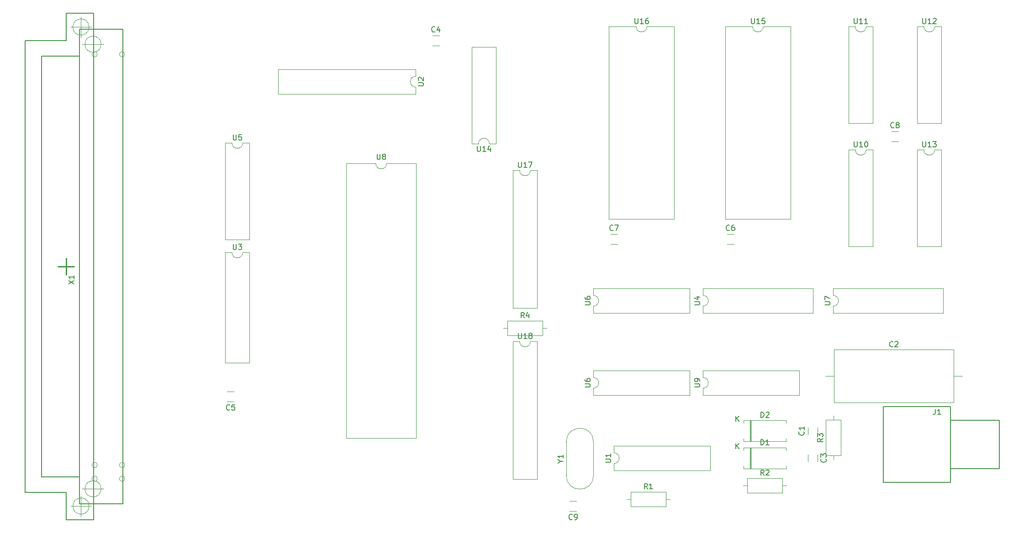
<source format=gbr>
%TF.GenerationSoftware,KiCad,Pcbnew,(5.1.10)-1*%
%TF.CreationDate,2022-01-24T17:18:54+01:00*%
%TF.ProjectId,GDC01,47444330-312e-46b6-9963-61645f706362,rev?*%
%TF.SameCoordinates,Original*%
%TF.FileFunction,Legend,Top*%
%TF.FilePolarity,Positive*%
%FSLAX46Y46*%
G04 Gerber Fmt 4.6, Leading zero omitted, Abs format (unit mm)*
G04 Created by KiCad (PCBNEW (5.1.10)-1) date 2022-01-24 17:18:54*
%MOMM*%
%LPD*%
G01*
G04 APERTURE LIST*
%ADD10C,0.150000*%
%ADD11C,0.120000*%
%ADD12C,0.250000*%
%ADD13C,0.100000*%
%ADD14C,0.200000*%
G04 APERTURE END LIST*
D10*
%TO.C,J1*%
X223780000Y-152210000D02*
X223780000Y-151710000D01*
X223780000Y-151710000D02*
X214780000Y-151710000D01*
X223780000Y-160210000D02*
X223780000Y-160710000D01*
X223780000Y-160710000D02*
X214780000Y-160710000D01*
X223780000Y-160210000D02*
X223780000Y-152210000D01*
X202280000Y-163210000D02*
X214780000Y-163210000D01*
X214780000Y-163210000D02*
X214780000Y-149210000D01*
X214780000Y-149210000D02*
X202280000Y-149210000D01*
X202280000Y-149210000D02*
X202280000Y-163210000D01*
D11*
%TO.C,C9*%
X145429000Y-166720000D02*
X144171000Y-166720000D01*
X145429000Y-168560000D02*
X144171000Y-168560000D01*
%TO.C,C8*%
X203821000Y-99980000D02*
X205079000Y-99980000D01*
X203821000Y-98140000D02*
X205079000Y-98140000D01*
%TO.C,C7*%
X151751000Y-119030000D02*
X153009000Y-119030000D01*
X151751000Y-117190000D02*
X153009000Y-117190000D01*
%TO.C,C6*%
X173341000Y-119030000D02*
X174599000Y-119030000D01*
X173341000Y-117190000D02*
X174599000Y-117190000D01*
%TO.C,C5*%
X81929000Y-146400000D02*
X80671000Y-146400000D01*
X81929000Y-148240000D02*
X80671000Y-148240000D01*
%TO.C,C4*%
X118731000Y-82200000D02*
X119989000Y-82200000D01*
X118731000Y-80360000D02*
X119989000Y-80360000D01*
%TO.C,Y1*%
X143525000Y-161975000D02*
X143525000Y-155725000D01*
X148575000Y-161975000D02*
X148575000Y-155725000D01*
X148575000Y-155725000D02*
G75*
G03*
X143525000Y-155725000I-2525000J0D01*
G01*
X148575000Y-161975000D02*
G75*
G02*
X143525000Y-161975000I-2525000J0D01*
G01*
%TO.C,U9*%
X168850000Y-145780000D02*
X168850000Y-147030000D01*
X168850000Y-147030000D02*
X186750000Y-147030000D01*
X186750000Y-147030000D02*
X186750000Y-142530000D01*
X186750000Y-142530000D02*
X168850000Y-142530000D01*
X168850000Y-142530000D02*
X168850000Y-143780000D01*
X168850000Y-143780000D02*
G75*
G02*
X168850000Y-145780000I0J-1000000D01*
G01*
%TO.C,R4*%
X132620000Y-133250000D02*
X132620000Y-135990000D01*
X132620000Y-135990000D02*
X139160000Y-135990000D01*
X139160000Y-135990000D02*
X139160000Y-133250000D01*
X139160000Y-133250000D02*
X132620000Y-133250000D01*
X131850000Y-134620000D02*
X132620000Y-134620000D01*
X139930000Y-134620000D02*
X139160000Y-134620000D01*
%TO.C,R3*%
X191670000Y-158210000D02*
X194410000Y-158210000D01*
X194410000Y-158210000D02*
X194410000Y-151670000D01*
X194410000Y-151670000D02*
X191670000Y-151670000D01*
X191670000Y-151670000D02*
X191670000Y-158210000D01*
X193040000Y-158980000D02*
X193040000Y-158210000D01*
X193040000Y-150900000D02*
X193040000Y-151670000D01*
%TO.C,R2*%
X177070000Y-162460000D02*
X177070000Y-165200000D01*
X177070000Y-165200000D02*
X183610000Y-165200000D01*
X183610000Y-165200000D02*
X183610000Y-162460000D01*
X183610000Y-162460000D02*
X177070000Y-162460000D01*
X176300000Y-163830000D02*
X177070000Y-163830000D01*
X184380000Y-163830000D02*
X183610000Y-163830000D01*
%TO.C,R1*%
X155480000Y-165000000D02*
X155480000Y-167740000D01*
X155480000Y-167740000D02*
X162020000Y-167740000D01*
X162020000Y-167740000D02*
X162020000Y-165000000D01*
X162020000Y-165000000D02*
X155480000Y-165000000D01*
X154710000Y-166370000D02*
X155480000Y-166370000D01*
X162790000Y-166370000D02*
X162020000Y-166370000D01*
%TO.C,D2*%
X176420000Y-152230000D02*
X176420000Y-151750000D01*
X176420000Y-151750000D02*
X184260000Y-151750000D01*
X184260000Y-151750000D02*
X184260000Y-152230000D01*
X176420000Y-155110000D02*
X176420000Y-155590000D01*
X176420000Y-155590000D02*
X184260000Y-155590000D01*
X184260000Y-155590000D02*
X184260000Y-155110000D01*
X177680000Y-151750000D02*
X177680000Y-155590000D01*
X177800000Y-151750000D02*
X177800000Y-155590000D01*
X177560000Y-151750000D02*
X177560000Y-155590000D01*
%TO.C,D1*%
X176420000Y-157310000D02*
X176420000Y-156830000D01*
X176420000Y-156830000D02*
X184260000Y-156830000D01*
X184260000Y-156830000D02*
X184260000Y-157310000D01*
X176420000Y-160190000D02*
X176420000Y-160670000D01*
X176420000Y-160670000D02*
X184260000Y-160670000D01*
X184260000Y-160670000D02*
X184260000Y-160190000D01*
X177680000Y-156830000D02*
X177680000Y-160670000D01*
X177800000Y-156830000D02*
X177800000Y-160670000D01*
X177560000Y-156830000D02*
X177560000Y-160670000D01*
%TO.C,C3*%
X190150000Y-158101000D02*
X190150000Y-159359000D01*
X188310000Y-158101000D02*
X188310000Y-159359000D01*
%TO.C,C2*%
X193130000Y-138640000D02*
X193130000Y-148380000D01*
X193130000Y-148380000D02*
X215370000Y-148380000D01*
X215370000Y-148380000D02*
X215370000Y-138640000D01*
X215370000Y-138640000D02*
X193130000Y-138640000D01*
X191540000Y-143510000D02*
X193130000Y-143510000D01*
X216960000Y-143510000D02*
X215370000Y-143510000D01*
%TO.C,C1*%
X188310000Y-154319000D02*
X188310000Y-153061000D01*
X190150000Y-154319000D02*
X190150000Y-153061000D01*
%TO.C,U1*%
X152340000Y-156500000D02*
X152340000Y-157750000D01*
X170240000Y-156500000D02*
X152340000Y-156500000D01*
X170240000Y-161000000D02*
X170240000Y-156500000D01*
X152340000Y-161000000D02*
X170240000Y-161000000D01*
X152340000Y-159750000D02*
X152340000Y-161000000D01*
X152340000Y-157750000D02*
G75*
G02*
X152340000Y-159750000I0J-1000000D01*
G01*
%TO.C,U6*%
X148530000Y-145780000D02*
X148530000Y-147030000D01*
X148530000Y-147030000D02*
X166430000Y-147030000D01*
X166430000Y-147030000D02*
X166430000Y-142530000D01*
X166430000Y-142530000D02*
X148530000Y-142530000D01*
X148530000Y-142530000D02*
X148530000Y-143780000D01*
X148530000Y-143780000D02*
G75*
G02*
X148530000Y-145780000I0J-1000000D01*
G01*
%TO.C,U2*%
X115630000Y-91150000D02*
X115630000Y-89900000D01*
X90110000Y-91150000D02*
X115630000Y-91150000D01*
X90110000Y-86650000D02*
X90110000Y-91150000D01*
X115630000Y-86650000D02*
X90110000Y-86650000D01*
X115630000Y-87900000D02*
X115630000Y-86650000D01*
X115630000Y-89900000D02*
G75*
G02*
X115630000Y-87900000I0J1000000D01*
G01*
%TO.C,U3*%
X84800000Y-120590000D02*
X83550000Y-120590000D01*
X84800000Y-141030000D02*
X84800000Y-120590000D01*
X80300000Y-141030000D02*
X84800000Y-141030000D01*
X80300000Y-120590000D02*
X80300000Y-141030000D01*
X81550000Y-120590000D02*
X80300000Y-120590000D01*
X83550000Y-120590000D02*
G75*
G02*
X81550000Y-120590000I-1000000J0D01*
G01*
%TO.C,U7*%
X192980000Y-130540000D02*
X192980000Y-131790000D01*
X192980000Y-131790000D02*
X213420000Y-131790000D01*
X213420000Y-131790000D02*
X213420000Y-127290000D01*
X213420000Y-127290000D02*
X192980000Y-127290000D01*
X192980000Y-127290000D02*
X192980000Y-128540000D01*
X192980000Y-128540000D02*
G75*
G02*
X192980000Y-130540000I0J-1000000D01*
G01*
%TO.C,U14*%
X129270000Y-100390000D02*
X130520000Y-100390000D01*
X130520000Y-100390000D02*
X130520000Y-82490000D01*
X130520000Y-82490000D02*
X126020000Y-82490000D01*
X126020000Y-82490000D02*
X126020000Y-100390000D01*
X126020000Y-100390000D02*
X127270000Y-100390000D01*
X127270000Y-100390000D02*
G75*
G02*
X129270000Y-100390000I1000000J0D01*
G01*
%TO.C,U5*%
X84800000Y-100270000D02*
X83550000Y-100270000D01*
X84800000Y-118170000D02*
X84800000Y-100270000D01*
X80300000Y-118170000D02*
X84800000Y-118170000D01*
X80300000Y-100270000D02*
X80300000Y-118170000D01*
X81550000Y-100270000D02*
X80300000Y-100270000D01*
X83550000Y-100270000D02*
G75*
G02*
X81550000Y-100270000I-1000000J0D01*
G01*
%TO.C,U6*%
X148530000Y-127290000D02*
X148530000Y-128540000D01*
X166430000Y-127290000D02*
X148530000Y-127290000D01*
X166430000Y-131790000D02*
X166430000Y-127290000D01*
X148530000Y-131790000D02*
X166430000Y-131790000D01*
X148530000Y-130540000D02*
X148530000Y-131790000D01*
X148530000Y-128540000D02*
G75*
G02*
X148530000Y-130540000I0J-1000000D01*
G01*
%TO.C,U4*%
X168850000Y-127290000D02*
X168850000Y-128540000D01*
X189290000Y-127290000D02*
X168850000Y-127290000D01*
X189290000Y-131790000D02*
X189290000Y-127290000D01*
X168850000Y-131790000D02*
X189290000Y-131790000D01*
X168850000Y-130540000D02*
X168850000Y-131790000D01*
X168850000Y-128540000D02*
G75*
G02*
X168850000Y-130540000I0J-1000000D01*
G01*
%TO.C,U8*%
X115680000Y-104080000D02*
X110220000Y-104080000D01*
X115680000Y-155000000D02*
X115680000Y-104080000D01*
X102760000Y-155000000D02*
X115680000Y-155000000D01*
X102760000Y-104080000D02*
X102760000Y-155000000D01*
X108220000Y-104080000D02*
X102760000Y-104080000D01*
X110220000Y-104080000D02*
G75*
G02*
X108220000Y-104080000I-1000000J0D01*
G01*
%TO.C,U10*%
X200370000Y-101540000D02*
X199120000Y-101540000D01*
X200370000Y-119440000D02*
X200370000Y-101540000D01*
X195870000Y-119440000D02*
X200370000Y-119440000D01*
X195870000Y-101540000D02*
X195870000Y-119440000D01*
X197120000Y-101540000D02*
X195870000Y-101540000D01*
X199120000Y-101540000D02*
G75*
G02*
X197120000Y-101540000I-1000000J0D01*
G01*
%TO.C,U11*%
X197120000Y-78680000D02*
X195870000Y-78680000D01*
X195870000Y-78680000D02*
X195870000Y-96580000D01*
X195870000Y-96580000D02*
X200370000Y-96580000D01*
X200370000Y-96580000D02*
X200370000Y-78680000D01*
X200370000Y-78680000D02*
X199120000Y-78680000D01*
X199120000Y-78680000D02*
G75*
G02*
X197120000Y-78680000I-1000000J0D01*
G01*
%TO.C,U12*%
X213070000Y-78680000D02*
X211820000Y-78680000D01*
X213070000Y-96580000D02*
X213070000Y-78680000D01*
X208570000Y-96580000D02*
X213070000Y-96580000D01*
X208570000Y-78680000D02*
X208570000Y-96580000D01*
X209820000Y-78680000D02*
X208570000Y-78680000D01*
X211820000Y-78680000D02*
G75*
G02*
X209820000Y-78680000I-1000000J0D01*
G01*
%TO.C,U13*%
X209820000Y-101540000D02*
X208570000Y-101540000D01*
X208570000Y-101540000D02*
X208570000Y-119440000D01*
X208570000Y-119440000D02*
X213070000Y-119440000D01*
X213070000Y-119440000D02*
X213070000Y-101540000D01*
X213070000Y-101540000D02*
X211820000Y-101540000D01*
X211820000Y-101540000D02*
G75*
G02*
X209820000Y-101540000I-1000000J0D01*
G01*
%TO.C,U15*%
X185130000Y-78680000D02*
X180070000Y-78680000D01*
X185130000Y-114360000D02*
X185130000Y-78680000D01*
X173010000Y-114360000D02*
X185130000Y-114360000D01*
X173010000Y-78680000D02*
X173010000Y-114360000D01*
X178070000Y-78680000D02*
X173010000Y-78680000D01*
X180070000Y-78680000D02*
G75*
G02*
X178070000Y-78680000I-1000000J0D01*
G01*
%TO.C,U16*%
X156480000Y-78680000D02*
X151420000Y-78680000D01*
X151420000Y-78680000D02*
X151420000Y-114360000D01*
X151420000Y-114360000D02*
X163540000Y-114360000D01*
X163540000Y-114360000D02*
X163540000Y-78680000D01*
X163540000Y-78680000D02*
X158480000Y-78680000D01*
X158480000Y-78680000D02*
G75*
G02*
X156480000Y-78680000I-1000000J0D01*
G01*
%TO.C,U17*%
X138140000Y-105350000D02*
X136890000Y-105350000D01*
X138140000Y-130870000D02*
X138140000Y-105350000D01*
X133640000Y-130870000D02*
X138140000Y-130870000D01*
X133640000Y-105350000D02*
X133640000Y-130870000D01*
X134890000Y-105350000D02*
X133640000Y-105350000D01*
X136890000Y-105350000D02*
G75*
G02*
X134890000Y-105350000I-1000000J0D01*
G01*
%TO.C,U18*%
X134890000Y-137100000D02*
X133640000Y-137100000D01*
X133640000Y-137100000D02*
X133640000Y-162620000D01*
X133640000Y-162620000D02*
X138140000Y-162620000D01*
X138140000Y-162620000D02*
X138140000Y-137100000D01*
X138140000Y-137100000D02*
X136890000Y-137100000D01*
X136890000Y-137100000D02*
G75*
G02*
X134890000Y-137100000I-1000000J0D01*
G01*
D12*
%TO.C,X1*%
X50800000Y-121690000D02*
X50800000Y-124690000D01*
X52300000Y-123190000D02*
X49300000Y-123190000D01*
D13*
X55800000Y-162440000D02*
X55800000Y-166440000D01*
X57800000Y-164440000D02*
X53800000Y-164440000D01*
X57300000Y-164440000D02*
G75*
G03*
X57300000Y-164440000I-1500000J0D01*
G01*
X55800000Y-79940000D02*
X55800000Y-83940000D01*
X57800000Y-81940000D02*
X53800000Y-81940000D01*
X57300000Y-81940000D02*
G75*
G03*
X57300000Y-81940000I-1500000J0D01*
G01*
D14*
X46300000Y-84190000D02*
X53300000Y-84190000D01*
X46300000Y-162190000D02*
X46300000Y-84190000D01*
X53300000Y-162190000D02*
X46300000Y-162190000D01*
X61300000Y-167190000D02*
X53300000Y-167190000D01*
X61300000Y-79190000D02*
X61300000Y-167190000D01*
X53300000Y-79190000D02*
X61300000Y-79190000D01*
X53300000Y-79190000D02*
X53300000Y-167190000D01*
D13*
X61688600Y-162560000D02*
G75*
G03*
X61688600Y-162560000I-500000J0D01*
G01*
X61688600Y-160020000D02*
G75*
G03*
X61688600Y-160020000I-500000J0D01*
G01*
X61688600Y-83820000D02*
G75*
G03*
X61688600Y-83820000I-500000J0D01*
G01*
X56608600Y-162560000D02*
G75*
G03*
X56608600Y-162560000I-500000J0D01*
G01*
X56608600Y-160020000D02*
G75*
G03*
X56608600Y-160020000I-500000J0D01*
G01*
X56608600Y-83820000D02*
G75*
G03*
X56608600Y-83820000I-500000J0D01*
G01*
X55068600Y-167640000D02*
G75*
G03*
X55068600Y-167640000I-1500000J0D01*
G01*
X55473600Y-167640000D02*
X51663600Y-167640000D01*
X53568600Y-165735000D02*
X53568600Y-169545000D01*
X55460900Y-78752700D02*
X51650900Y-78752700D01*
X53555900Y-76847700D02*
X53555900Y-80657700D01*
X55055900Y-78752700D02*
G75*
G03*
X55055900Y-78752700I-1500000J0D01*
G01*
D14*
X55880000Y-76200000D02*
X50800000Y-76200000D01*
X50800000Y-81280000D02*
X43180000Y-81280000D01*
X50800000Y-76200000D02*
X50800000Y-81280000D01*
X50800000Y-170180000D02*
X55880000Y-170180000D01*
X50800000Y-165100000D02*
X50800000Y-170180000D01*
X43180000Y-165100000D02*
X50800000Y-165100000D01*
X43180000Y-81280000D02*
X43180000Y-165100000D01*
X55880000Y-170180000D02*
X55880000Y-76200000D01*
%TO.C,J1*%
D10*
X211946666Y-149662380D02*
X211946666Y-150376666D01*
X211899047Y-150519523D01*
X211803809Y-150614761D01*
X211660952Y-150662380D01*
X211565714Y-150662380D01*
X212946666Y-150662380D02*
X212375238Y-150662380D01*
X212660952Y-150662380D02*
X212660952Y-149662380D01*
X212565714Y-149805238D01*
X212470476Y-149900476D01*
X212375238Y-149948095D01*
%TO.C,C9*%
X144633333Y-170047142D02*
X144585714Y-170094761D01*
X144442857Y-170142380D01*
X144347619Y-170142380D01*
X144204761Y-170094761D01*
X144109523Y-169999523D01*
X144061904Y-169904285D01*
X144014285Y-169713809D01*
X144014285Y-169570952D01*
X144061904Y-169380476D01*
X144109523Y-169285238D01*
X144204761Y-169190000D01*
X144347619Y-169142380D01*
X144442857Y-169142380D01*
X144585714Y-169190000D01*
X144633333Y-169237619D01*
X145109523Y-170142380D02*
X145300000Y-170142380D01*
X145395238Y-170094761D01*
X145442857Y-170047142D01*
X145538095Y-169904285D01*
X145585714Y-169713809D01*
X145585714Y-169332857D01*
X145538095Y-169237619D01*
X145490476Y-169190000D01*
X145395238Y-169142380D01*
X145204761Y-169142380D01*
X145109523Y-169190000D01*
X145061904Y-169237619D01*
X145014285Y-169332857D01*
X145014285Y-169570952D01*
X145061904Y-169666190D01*
X145109523Y-169713809D01*
X145204761Y-169761428D01*
X145395238Y-169761428D01*
X145490476Y-169713809D01*
X145538095Y-169666190D01*
X145585714Y-169570952D01*
%TO.C,C8*%
X204283333Y-97367142D02*
X204235714Y-97414761D01*
X204092857Y-97462380D01*
X203997619Y-97462380D01*
X203854761Y-97414761D01*
X203759523Y-97319523D01*
X203711904Y-97224285D01*
X203664285Y-97033809D01*
X203664285Y-96890952D01*
X203711904Y-96700476D01*
X203759523Y-96605238D01*
X203854761Y-96510000D01*
X203997619Y-96462380D01*
X204092857Y-96462380D01*
X204235714Y-96510000D01*
X204283333Y-96557619D01*
X204854761Y-96890952D02*
X204759523Y-96843333D01*
X204711904Y-96795714D01*
X204664285Y-96700476D01*
X204664285Y-96652857D01*
X204711904Y-96557619D01*
X204759523Y-96510000D01*
X204854761Y-96462380D01*
X205045238Y-96462380D01*
X205140476Y-96510000D01*
X205188095Y-96557619D01*
X205235714Y-96652857D01*
X205235714Y-96700476D01*
X205188095Y-96795714D01*
X205140476Y-96843333D01*
X205045238Y-96890952D01*
X204854761Y-96890952D01*
X204759523Y-96938571D01*
X204711904Y-96986190D01*
X204664285Y-97081428D01*
X204664285Y-97271904D01*
X204711904Y-97367142D01*
X204759523Y-97414761D01*
X204854761Y-97462380D01*
X205045238Y-97462380D01*
X205140476Y-97414761D01*
X205188095Y-97367142D01*
X205235714Y-97271904D01*
X205235714Y-97081428D01*
X205188095Y-96986190D01*
X205140476Y-96938571D01*
X205045238Y-96890952D01*
%TO.C,C7*%
X152213333Y-116417142D02*
X152165714Y-116464761D01*
X152022857Y-116512380D01*
X151927619Y-116512380D01*
X151784761Y-116464761D01*
X151689523Y-116369523D01*
X151641904Y-116274285D01*
X151594285Y-116083809D01*
X151594285Y-115940952D01*
X151641904Y-115750476D01*
X151689523Y-115655238D01*
X151784761Y-115560000D01*
X151927619Y-115512380D01*
X152022857Y-115512380D01*
X152165714Y-115560000D01*
X152213333Y-115607619D01*
X152546666Y-115512380D02*
X153213333Y-115512380D01*
X152784761Y-116512380D01*
%TO.C,C6*%
X173803333Y-116417142D02*
X173755714Y-116464761D01*
X173612857Y-116512380D01*
X173517619Y-116512380D01*
X173374761Y-116464761D01*
X173279523Y-116369523D01*
X173231904Y-116274285D01*
X173184285Y-116083809D01*
X173184285Y-115940952D01*
X173231904Y-115750476D01*
X173279523Y-115655238D01*
X173374761Y-115560000D01*
X173517619Y-115512380D01*
X173612857Y-115512380D01*
X173755714Y-115560000D01*
X173803333Y-115607619D01*
X174660476Y-115512380D02*
X174470000Y-115512380D01*
X174374761Y-115560000D01*
X174327142Y-115607619D01*
X174231904Y-115750476D01*
X174184285Y-115940952D01*
X174184285Y-116321904D01*
X174231904Y-116417142D01*
X174279523Y-116464761D01*
X174374761Y-116512380D01*
X174565238Y-116512380D01*
X174660476Y-116464761D01*
X174708095Y-116417142D01*
X174755714Y-116321904D01*
X174755714Y-116083809D01*
X174708095Y-115988571D01*
X174660476Y-115940952D01*
X174565238Y-115893333D01*
X174374761Y-115893333D01*
X174279523Y-115940952D01*
X174231904Y-115988571D01*
X174184285Y-116083809D01*
%TO.C,C5*%
X81133333Y-149727142D02*
X81085714Y-149774761D01*
X80942857Y-149822380D01*
X80847619Y-149822380D01*
X80704761Y-149774761D01*
X80609523Y-149679523D01*
X80561904Y-149584285D01*
X80514285Y-149393809D01*
X80514285Y-149250952D01*
X80561904Y-149060476D01*
X80609523Y-148965238D01*
X80704761Y-148870000D01*
X80847619Y-148822380D01*
X80942857Y-148822380D01*
X81085714Y-148870000D01*
X81133333Y-148917619D01*
X82038095Y-148822380D02*
X81561904Y-148822380D01*
X81514285Y-149298571D01*
X81561904Y-149250952D01*
X81657142Y-149203333D01*
X81895238Y-149203333D01*
X81990476Y-149250952D01*
X82038095Y-149298571D01*
X82085714Y-149393809D01*
X82085714Y-149631904D01*
X82038095Y-149727142D01*
X81990476Y-149774761D01*
X81895238Y-149822380D01*
X81657142Y-149822380D01*
X81561904Y-149774761D01*
X81514285Y-149727142D01*
%TO.C,C4*%
X119193333Y-79587142D02*
X119145714Y-79634761D01*
X119002857Y-79682380D01*
X118907619Y-79682380D01*
X118764761Y-79634761D01*
X118669523Y-79539523D01*
X118621904Y-79444285D01*
X118574285Y-79253809D01*
X118574285Y-79110952D01*
X118621904Y-78920476D01*
X118669523Y-78825238D01*
X118764761Y-78730000D01*
X118907619Y-78682380D01*
X119002857Y-78682380D01*
X119145714Y-78730000D01*
X119193333Y-78777619D01*
X120050476Y-79015714D02*
X120050476Y-79682380D01*
X119812380Y-78634761D02*
X119574285Y-79349047D01*
X120193333Y-79349047D01*
%TO.C,Y1*%
X142501190Y-159326190D02*
X142977380Y-159326190D01*
X141977380Y-159659523D02*
X142501190Y-159326190D01*
X141977380Y-158992857D01*
X142977380Y-158135714D02*
X142977380Y-158707142D01*
X142977380Y-158421428D02*
X141977380Y-158421428D01*
X142120238Y-158516666D01*
X142215476Y-158611904D01*
X142263095Y-158707142D01*
%TO.C,U9*%
X167302380Y-145541904D02*
X168111904Y-145541904D01*
X168207142Y-145494285D01*
X168254761Y-145446666D01*
X168302380Y-145351428D01*
X168302380Y-145160952D01*
X168254761Y-145065714D01*
X168207142Y-145018095D01*
X168111904Y-144970476D01*
X167302380Y-144970476D01*
X168302380Y-144446666D02*
X168302380Y-144256190D01*
X168254761Y-144160952D01*
X168207142Y-144113333D01*
X168064285Y-144018095D01*
X167873809Y-143970476D01*
X167492857Y-143970476D01*
X167397619Y-144018095D01*
X167350000Y-144065714D01*
X167302380Y-144160952D01*
X167302380Y-144351428D01*
X167350000Y-144446666D01*
X167397619Y-144494285D01*
X167492857Y-144541904D01*
X167730952Y-144541904D01*
X167826190Y-144494285D01*
X167873809Y-144446666D01*
X167921428Y-144351428D01*
X167921428Y-144160952D01*
X167873809Y-144065714D01*
X167826190Y-144018095D01*
X167730952Y-143970476D01*
%TO.C,R4*%
X135723333Y-132702380D02*
X135390000Y-132226190D01*
X135151904Y-132702380D02*
X135151904Y-131702380D01*
X135532857Y-131702380D01*
X135628095Y-131750000D01*
X135675714Y-131797619D01*
X135723333Y-131892857D01*
X135723333Y-132035714D01*
X135675714Y-132130952D01*
X135628095Y-132178571D01*
X135532857Y-132226190D01*
X135151904Y-132226190D01*
X136580476Y-132035714D02*
X136580476Y-132702380D01*
X136342380Y-131654761D02*
X136104285Y-132369047D01*
X136723333Y-132369047D01*
%TO.C,R3*%
X191122380Y-155106666D02*
X190646190Y-155440000D01*
X191122380Y-155678095D02*
X190122380Y-155678095D01*
X190122380Y-155297142D01*
X190170000Y-155201904D01*
X190217619Y-155154285D01*
X190312857Y-155106666D01*
X190455714Y-155106666D01*
X190550952Y-155154285D01*
X190598571Y-155201904D01*
X190646190Y-155297142D01*
X190646190Y-155678095D01*
X190122380Y-154773333D02*
X190122380Y-154154285D01*
X190503333Y-154487619D01*
X190503333Y-154344761D01*
X190550952Y-154249523D01*
X190598571Y-154201904D01*
X190693809Y-154154285D01*
X190931904Y-154154285D01*
X191027142Y-154201904D01*
X191074761Y-154249523D01*
X191122380Y-154344761D01*
X191122380Y-154630476D01*
X191074761Y-154725714D01*
X191027142Y-154773333D01*
%TO.C,R2*%
X180173333Y-161912380D02*
X179840000Y-161436190D01*
X179601904Y-161912380D02*
X179601904Y-160912380D01*
X179982857Y-160912380D01*
X180078095Y-160960000D01*
X180125714Y-161007619D01*
X180173333Y-161102857D01*
X180173333Y-161245714D01*
X180125714Y-161340952D01*
X180078095Y-161388571D01*
X179982857Y-161436190D01*
X179601904Y-161436190D01*
X180554285Y-161007619D02*
X180601904Y-160960000D01*
X180697142Y-160912380D01*
X180935238Y-160912380D01*
X181030476Y-160960000D01*
X181078095Y-161007619D01*
X181125714Y-161102857D01*
X181125714Y-161198095D01*
X181078095Y-161340952D01*
X180506666Y-161912380D01*
X181125714Y-161912380D01*
%TO.C,R1*%
X158583333Y-164452380D02*
X158250000Y-163976190D01*
X158011904Y-164452380D02*
X158011904Y-163452380D01*
X158392857Y-163452380D01*
X158488095Y-163500000D01*
X158535714Y-163547619D01*
X158583333Y-163642857D01*
X158583333Y-163785714D01*
X158535714Y-163880952D01*
X158488095Y-163928571D01*
X158392857Y-163976190D01*
X158011904Y-163976190D01*
X159535714Y-164452380D02*
X158964285Y-164452380D01*
X159250000Y-164452380D02*
X159250000Y-163452380D01*
X159154761Y-163595238D01*
X159059523Y-163690476D01*
X158964285Y-163738095D01*
%TO.C,D2*%
X179601904Y-151202380D02*
X179601904Y-150202380D01*
X179840000Y-150202380D01*
X179982857Y-150250000D01*
X180078095Y-150345238D01*
X180125714Y-150440476D01*
X180173333Y-150630952D01*
X180173333Y-150773809D01*
X180125714Y-150964285D01*
X180078095Y-151059523D01*
X179982857Y-151154761D01*
X179840000Y-151202380D01*
X179601904Y-151202380D01*
X180554285Y-150297619D02*
X180601904Y-150250000D01*
X180697142Y-150202380D01*
X180935238Y-150202380D01*
X181030476Y-150250000D01*
X181078095Y-150297619D01*
X181125714Y-150392857D01*
X181125714Y-150488095D01*
X181078095Y-150630952D01*
X180506666Y-151202380D01*
X181125714Y-151202380D01*
X174998095Y-151922380D02*
X174998095Y-150922380D01*
X175569523Y-151922380D02*
X175140952Y-151350952D01*
X175569523Y-150922380D02*
X174998095Y-151493809D01*
%TO.C,D1*%
X179601904Y-156282380D02*
X179601904Y-155282380D01*
X179840000Y-155282380D01*
X179982857Y-155330000D01*
X180078095Y-155425238D01*
X180125714Y-155520476D01*
X180173333Y-155710952D01*
X180173333Y-155853809D01*
X180125714Y-156044285D01*
X180078095Y-156139523D01*
X179982857Y-156234761D01*
X179840000Y-156282380D01*
X179601904Y-156282380D01*
X181125714Y-156282380D02*
X180554285Y-156282380D01*
X180840000Y-156282380D02*
X180840000Y-155282380D01*
X180744761Y-155425238D01*
X180649523Y-155520476D01*
X180554285Y-155568095D01*
X174998095Y-157002380D02*
X174998095Y-156002380D01*
X175569523Y-157002380D02*
X175140952Y-156430952D01*
X175569523Y-156002380D02*
X174998095Y-156573809D01*
%TO.C,C3*%
X191637142Y-158896666D02*
X191684761Y-158944285D01*
X191732380Y-159087142D01*
X191732380Y-159182380D01*
X191684761Y-159325238D01*
X191589523Y-159420476D01*
X191494285Y-159468095D01*
X191303809Y-159515714D01*
X191160952Y-159515714D01*
X190970476Y-159468095D01*
X190875238Y-159420476D01*
X190780000Y-159325238D01*
X190732380Y-159182380D01*
X190732380Y-159087142D01*
X190780000Y-158944285D01*
X190827619Y-158896666D01*
X190732380Y-158563333D02*
X190732380Y-157944285D01*
X191113333Y-158277619D01*
X191113333Y-158134761D01*
X191160952Y-158039523D01*
X191208571Y-157991904D01*
X191303809Y-157944285D01*
X191541904Y-157944285D01*
X191637142Y-157991904D01*
X191684761Y-158039523D01*
X191732380Y-158134761D01*
X191732380Y-158420476D01*
X191684761Y-158515714D01*
X191637142Y-158563333D01*
%TO.C,C2*%
X204083333Y-137997142D02*
X204035714Y-138044761D01*
X203892857Y-138092380D01*
X203797619Y-138092380D01*
X203654761Y-138044761D01*
X203559523Y-137949523D01*
X203511904Y-137854285D01*
X203464285Y-137663809D01*
X203464285Y-137520952D01*
X203511904Y-137330476D01*
X203559523Y-137235238D01*
X203654761Y-137140000D01*
X203797619Y-137092380D01*
X203892857Y-137092380D01*
X204035714Y-137140000D01*
X204083333Y-137187619D01*
X204464285Y-137187619D02*
X204511904Y-137140000D01*
X204607142Y-137092380D01*
X204845238Y-137092380D01*
X204940476Y-137140000D01*
X204988095Y-137187619D01*
X205035714Y-137282857D01*
X205035714Y-137378095D01*
X204988095Y-137520952D01*
X204416666Y-138092380D01*
X205035714Y-138092380D01*
%TO.C,C1*%
X187537142Y-153856666D02*
X187584761Y-153904285D01*
X187632380Y-154047142D01*
X187632380Y-154142380D01*
X187584761Y-154285238D01*
X187489523Y-154380476D01*
X187394285Y-154428095D01*
X187203809Y-154475714D01*
X187060952Y-154475714D01*
X186870476Y-154428095D01*
X186775238Y-154380476D01*
X186680000Y-154285238D01*
X186632380Y-154142380D01*
X186632380Y-154047142D01*
X186680000Y-153904285D01*
X186727619Y-153856666D01*
X187632380Y-152904285D02*
X187632380Y-153475714D01*
X187632380Y-153190000D02*
X186632380Y-153190000D01*
X186775238Y-153285238D01*
X186870476Y-153380476D01*
X186918095Y-153475714D01*
%TO.C,U1*%
X150792380Y-159511904D02*
X151601904Y-159511904D01*
X151697142Y-159464285D01*
X151744761Y-159416666D01*
X151792380Y-159321428D01*
X151792380Y-159130952D01*
X151744761Y-159035714D01*
X151697142Y-158988095D01*
X151601904Y-158940476D01*
X150792380Y-158940476D01*
X151792380Y-157940476D02*
X151792380Y-158511904D01*
X151792380Y-158226190D02*
X150792380Y-158226190D01*
X150935238Y-158321428D01*
X151030476Y-158416666D01*
X151078095Y-158511904D01*
%TO.C,U6*%
X146982380Y-145541904D02*
X147791904Y-145541904D01*
X147887142Y-145494285D01*
X147934761Y-145446666D01*
X147982380Y-145351428D01*
X147982380Y-145160952D01*
X147934761Y-145065714D01*
X147887142Y-145018095D01*
X147791904Y-144970476D01*
X146982380Y-144970476D01*
X146982380Y-144065714D02*
X146982380Y-144256190D01*
X147030000Y-144351428D01*
X147077619Y-144399047D01*
X147220476Y-144494285D01*
X147410952Y-144541904D01*
X147791904Y-144541904D01*
X147887142Y-144494285D01*
X147934761Y-144446666D01*
X147982380Y-144351428D01*
X147982380Y-144160952D01*
X147934761Y-144065714D01*
X147887142Y-144018095D01*
X147791904Y-143970476D01*
X147553809Y-143970476D01*
X147458571Y-144018095D01*
X147410952Y-144065714D01*
X147363333Y-144160952D01*
X147363333Y-144351428D01*
X147410952Y-144446666D01*
X147458571Y-144494285D01*
X147553809Y-144541904D01*
%TO.C,U2*%
X116082380Y-89661904D02*
X116891904Y-89661904D01*
X116987142Y-89614285D01*
X117034761Y-89566666D01*
X117082380Y-89471428D01*
X117082380Y-89280952D01*
X117034761Y-89185714D01*
X116987142Y-89138095D01*
X116891904Y-89090476D01*
X116082380Y-89090476D01*
X116177619Y-88661904D02*
X116130000Y-88614285D01*
X116082380Y-88519047D01*
X116082380Y-88280952D01*
X116130000Y-88185714D01*
X116177619Y-88138095D01*
X116272857Y-88090476D01*
X116368095Y-88090476D01*
X116510952Y-88138095D01*
X117082380Y-88709523D01*
X117082380Y-88090476D01*
%TO.C,U3*%
X81788095Y-119042380D02*
X81788095Y-119851904D01*
X81835714Y-119947142D01*
X81883333Y-119994761D01*
X81978571Y-120042380D01*
X82169047Y-120042380D01*
X82264285Y-119994761D01*
X82311904Y-119947142D01*
X82359523Y-119851904D01*
X82359523Y-119042380D01*
X82740476Y-119042380D02*
X83359523Y-119042380D01*
X83026190Y-119423333D01*
X83169047Y-119423333D01*
X83264285Y-119470952D01*
X83311904Y-119518571D01*
X83359523Y-119613809D01*
X83359523Y-119851904D01*
X83311904Y-119947142D01*
X83264285Y-119994761D01*
X83169047Y-120042380D01*
X82883333Y-120042380D01*
X82788095Y-119994761D01*
X82740476Y-119947142D01*
%TO.C,U7*%
X191432380Y-130301904D02*
X192241904Y-130301904D01*
X192337142Y-130254285D01*
X192384761Y-130206666D01*
X192432380Y-130111428D01*
X192432380Y-129920952D01*
X192384761Y-129825714D01*
X192337142Y-129778095D01*
X192241904Y-129730476D01*
X191432380Y-129730476D01*
X191432380Y-129349523D02*
X191432380Y-128682857D01*
X192432380Y-129111428D01*
%TO.C,U14*%
X127031904Y-100842380D02*
X127031904Y-101651904D01*
X127079523Y-101747142D01*
X127127142Y-101794761D01*
X127222380Y-101842380D01*
X127412857Y-101842380D01*
X127508095Y-101794761D01*
X127555714Y-101747142D01*
X127603333Y-101651904D01*
X127603333Y-100842380D01*
X128603333Y-101842380D02*
X128031904Y-101842380D01*
X128317619Y-101842380D02*
X128317619Y-100842380D01*
X128222380Y-100985238D01*
X128127142Y-101080476D01*
X128031904Y-101128095D01*
X129460476Y-101175714D02*
X129460476Y-101842380D01*
X129222380Y-100794761D02*
X128984285Y-101509047D01*
X129603333Y-101509047D01*
%TO.C,U5*%
X81788095Y-98722380D02*
X81788095Y-99531904D01*
X81835714Y-99627142D01*
X81883333Y-99674761D01*
X81978571Y-99722380D01*
X82169047Y-99722380D01*
X82264285Y-99674761D01*
X82311904Y-99627142D01*
X82359523Y-99531904D01*
X82359523Y-98722380D01*
X83311904Y-98722380D02*
X82835714Y-98722380D01*
X82788095Y-99198571D01*
X82835714Y-99150952D01*
X82930952Y-99103333D01*
X83169047Y-99103333D01*
X83264285Y-99150952D01*
X83311904Y-99198571D01*
X83359523Y-99293809D01*
X83359523Y-99531904D01*
X83311904Y-99627142D01*
X83264285Y-99674761D01*
X83169047Y-99722380D01*
X82930952Y-99722380D01*
X82835714Y-99674761D01*
X82788095Y-99627142D01*
%TO.C,U6*%
X146982380Y-130301904D02*
X147791904Y-130301904D01*
X147887142Y-130254285D01*
X147934761Y-130206666D01*
X147982380Y-130111428D01*
X147982380Y-129920952D01*
X147934761Y-129825714D01*
X147887142Y-129778095D01*
X147791904Y-129730476D01*
X146982380Y-129730476D01*
X146982380Y-128825714D02*
X146982380Y-129016190D01*
X147030000Y-129111428D01*
X147077619Y-129159047D01*
X147220476Y-129254285D01*
X147410952Y-129301904D01*
X147791904Y-129301904D01*
X147887142Y-129254285D01*
X147934761Y-129206666D01*
X147982380Y-129111428D01*
X147982380Y-128920952D01*
X147934761Y-128825714D01*
X147887142Y-128778095D01*
X147791904Y-128730476D01*
X147553809Y-128730476D01*
X147458571Y-128778095D01*
X147410952Y-128825714D01*
X147363333Y-128920952D01*
X147363333Y-129111428D01*
X147410952Y-129206666D01*
X147458571Y-129254285D01*
X147553809Y-129301904D01*
%TO.C,U4*%
X167302380Y-130301904D02*
X168111904Y-130301904D01*
X168207142Y-130254285D01*
X168254761Y-130206666D01*
X168302380Y-130111428D01*
X168302380Y-129920952D01*
X168254761Y-129825714D01*
X168207142Y-129778095D01*
X168111904Y-129730476D01*
X167302380Y-129730476D01*
X167635714Y-128825714D02*
X168302380Y-128825714D01*
X167254761Y-129063809D02*
X167969047Y-129301904D01*
X167969047Y-128682857D01*
%TO.C,U8*%
X108458095Y-102322380D02*
X108458095Y-103131904D01*
X108505714Y-103227142D01*
X108553333Y-103274761D01*
X108648571Y-103322380D01*
X108839047Y-103322380D01*
X108934285Y-103274761D01*
X108981904Y-103227142D01*
X109029523Y-103131904D01*
X109029523Y-102322380D01*
X109648571Y-102750952D02*
X109553333Y-102703333D01*
X109505714Y-102655714D01*
X109458095Y-102560476D01*
X109458095Y-102512857D01*
X109505714Y-102417619D01*
X109553333Y-102370000D01*
X109648571Y-102322380D01*
X109839047Y-102322380D01*
X109934285Y-102370000D01*
X109981904Y-102417619D01*
X110029523Y-102512857D01*
X110029523Y-102560476D01*
X109981904Y-102655714D01*
X109934285Y-102703333D01*
X109839047Y-102750952D01*
X109648571Y-102750952D01*
X109553333Y-102798571D01*
X109505714Y-102846190D01*
X109458095Y-102941428D01*
X109458095Y-103131904D01*
X109505714Y-103227142D01*
X109553333Y-103274761D01*
X109648571Y-103322380D01*
X109839047Y-103322380D01*
X109934285Y-103274761D01*
X109981904Y-103227142D01*
X110029523Y-103131904D01*
X110029523Y-102941428D01*
X109981904Y-102846190D01*
X109934285Y-102798571D01*
X109839047Y-102750952D01*
%TO.C,U10*%
X196881904Y-99992380D02*
X196881904Y-100801904D01*
X196929523Y-100897142D01*
X196977142Y-100944761D01*
X197072380Y-100992380D01*
X197262857Y-100992380D01*
X197358095Y-100944761D01*
X197405714Y-100897142D01*
X197453333Y-100801904D01*
X197453333Y-99992380D01*
X198453333Y-100992380D02*
X197881904Y-100992380D01*
X198167619Y-100992380D02*
X198167619Y-99992380D01*
X198072380Y-100135238D01*
X197977142Y-100230476D01*
X197881904Y-100278095D01*
X199072380Y-99992380D02*
X199167619Y-99992380D01*
X199262857Y-100040000D01*
X199310476Y-100087619D01*
X199358095Y-100182857D01*
X199405714Y-100373333D01*
X199405714Y-100611428D01*
X199358095Y-100801904D01*
X199310476Y-100897142D01*
X199262857Y-100944761D01*
X199167619Y-100992380D01*
X199072380Y-100992380D01*
X198977142Y-100944761D01*
X198929523Y-100897142D01*
X198881904Y-100801904D01*
X198834285Y-100611428D01*
X198834285Y-100373333D01*
X198881904Y-100182857D01*
X198929523Y-100087619D01*
X198977142Y-100040000D01*
X199072380Y-99992380D01*
%TO.C,U11*%
X196881904Y-77132380D02*
X196881904Y-77941904D01*
X196929523Y-78037142D01*
X196977142Y-78084761D01*
X197072380Y-78132380D01*
X197262857Y-78132380D01*
X197358095Y-78084761D01*
X197405714Y-78037142D01*
X197453333Y-77941904D01*
X197453333Y-77132380D01*
X198453333Y-78132380D02*
X197881904Y-78132380D01*
X198167619Y-78132380D02*
X198167619Y-77132380D01*
X198072380Y-77275238D01*
X197977142Y-77370476D01*
X197881904Y-77418095D01*
X199405714Y-78132380D02*
X198834285Y-78132380D01*
X199120000Y-78132380D02*
X199120000Y-77132380D01*
X199024761Y-77275238D01*
X198929523Y-77370476D01*
X198834285Y-77418095D01*
%TO.C,U12*%
X209581904Y-77132380D02*
X209581904Y-77941904D01*
X209629523Y-78037142D01*
X209677142Y-78084761D01*
X209772380Y-78132380D01*
X209962857Y-78132380D01*
X210058095Y-78084761D01*
X210105714Y-78037142D01*
X210153333Y-77941904D01*
X210153333Y-77132380D01*
X211153333Y-78132380D02*
X210581904Y-78132380D01*
X210867619Y-78132380D02*
X210867619Y-77132380D01*
X210772380Y-77275238D01*
X210677142Y-77370476D01*
X210581904Y-77418095D01*
X211534285Y-77227619D02*
X211581904Y-77180000D01*
X211677142Y-77132380D01*
X211915238Y-77132380D01*
X212010476Y-77180000D01*
X212058095Y-77227619D01*
X212105714Y-77322857D01*
X212105714Y-77418095D01*
X212058095Y-77560952D01*
X211486666Y-78132380D01*
X212105714Y-78132380D01*
%TO.C,U13*%
X209581904Y-99992380D02*
X209581904Y-100801904D01*
X209629523Y-100897142D01*
X209677142Y-100944761D01*
X209772380Y-100992380D01*
X209962857Y-100992380D01*
X210058095Y-100944761D01*
X210105714Y-100897142D01*
X210153333Y-100801904D01*
X210153333Y-99992380D01*
X211153333Y-100992380D02*
X210581904Y-100992380D01*
X210867619Y-100992380D02*
X210867619Y-99992380D01*
X210772380Y-100135238D01*
X210677142Y-100230476D01*
X210581904Y-100278095D01*
X211486666Y-99992380D02*
X212105714Y-99992380D01*
X211772380Y-100373333D01*
X211915238Y-100373333D01*
X212010476Y-100420952D01*
X212058095Y-100468571D01*
X212105714Y-100563809D01*
X212105714Y-100801904D01*
X212058095Y-100897142D01*
X212010476Y-100944761D01*
X211915238Y-100992380D01*
X211629523Y-100992380D01*
X211534285Y-100944761D01*
X211486666Y-100897142D01*
%TO.C,U15*%
X177831904Y-77132380D02*
X177831904Y-77941904D01*
X177879523Y-78037142D01*
X177927142Y-78084761D01*
X178022380Y-78132380D01*
X178212857Y-78132380D01*
X178308095Y-78084761D01*
X178355714Y-78037142D01*
X178403333Y-77941904D01*
X178403333Y-77132380D01*
X179403333Y-78132380D02*
X178831904Y-78132380D01*
X179117619Y-78132380D02*
X179117619Y-77132380D01*
X179022380Y-77275238D01*
X178927142Y-77370476D01*
X178831904Y-77418095D01*
X180308095Y-77132380D02*
X179831904Y-77132380D01*
X179784285Y-77608571D01*
X179831904Y-77560952D01*
X179927142Y-77513333D01*
X180165238Y-77513333D01*
X180260476Y-77560952D01*
X180308095Y-77608571D01*
X180355714Y-77703809D01*
X180355714Y-77941904D01*
X180308095Y-78037142D01*
X180260476Y-78084761D01*
X180165238Y-78132380D01*
X179927142Y-78132380D01*
X179831904Y-78084761D01*
X179784285Y-78037142D01*
%TO.C,U16*%
X156241904Y-77132380D02*
X156241904Y-77941904D01*
X156289523Y-78037142D01*
X156337142Y-78084761D01*
X156432380Y-78132380D01*
X156622857Y-78132380D01*
X156718095Y-78084761D01*
X156765714Y-78037142D01*
X156813333Y-77941904D01*
X156813333Y-77132380D01*
X157813333Y-78132380D02*
X157241904Y-78132380D01*
X157527619Y-78132380D02*
X157527619Y-77132380D01*
X157432380Y-77275238D01*
X157337142Y-77370476D01*
X157241904Y-77418095D01*
X158670476Y-77132380D02*
X158480000Y-77132380D01*
X158384761Y-77180000D01*
X158337142Y-77227619D01*
X158241904Y-77370476D01*
X158194285Y-77560952D01*
X158194285Y-77941904D01*
X158241904Y-78037142D01*
X158289523Y-78084761D01*
X158384761Y-78132380D01*
X158575238Y-78132380D01*
X158670476Y-78084761D01*
X158718095Y-78037142D01*
X158765714Y-77941904D01*
X158765714Y-77703809D01*
X158718095Y-77608571D01*
X158670476Y-77560952D01*
X158575238Y-77513333D01*
X158384761Y-77513333D01*
X158289523Y-77560952D01*
X158241904Y-77608571D01*
X158194285Y-77703809D01*
%TO.C,U17*%
X134651904Y-103802380D02*
X134651904Y-104611904D01*
X134699523Y-104707142D01*
X134747142Y-104754761D01*
X134842380Y-104802380D01*
X135032857Y-104802380D01*
X135128095Y-104754761D01*
X135175714Y-104707142D01*
X135223333Y-104611904D01*
X135223333Y-103802380D01*
X136223333Y-104802380D02*
X135651904Y-104802380D01*
X135937619Y-104802380D02*
X135937619Y-103802380D01*
X135842380Y-103945238D01*
X135747142Y-104040476D01*
X135651904Y-104088095D01*
X136556666Y-103802380D02*
X137223333Y-103802380D01*
X136794761Y-104802380D01*
%TO.C,U18*%
X134651904Y-135552380D02*
X134651904Y-136361904D01*
X134699523Y-136457142D01*
X134747142Y-136504761D01*
X134842380Y-136552380D01*
X135032857Y-136552380D01*
X135128095Y-136504761D01*
X135175714Y-136457142D01*
X135223333Y-136361904D01*
X135223333Y-135552380D01*
X136223333Y-136552380D02*
X135651904Y-136552380D01*
X135937619Y-136552380D02*
X135937619Y-135552380D01*
X135842380Y-135695238D01*
X135747142Y-135790476D01*
X135651904Y-135838095D01*
X136794761Y-135980952D02*
X136699523Y-135933333D01*
X136651904Y-135885714D01*
X136604285Y-135790476D01*
X136604285Y-135742857D01*
X136651904Y-135647619D01*
X136699523Y-135600000D01*
X136794761Y-135552380D01*
X136985238Y-135552380D01*
X137080476Y-135600000D01*
X137128095Y-135647619D01*
X137175714Y-135742857D01*
X137175714Y-135790476D01*
X137128095Y-135885714D01*
X137080476Y-135933333D01*
X136985238Y-135980952D01*
X136794761Y-135980952D01*
X136699523Y-136028571D01*
X136651904Y-136076190D01*
X136604285Y-136171428D01*
X136604285Y-136361904D01*
X136651904Y-136457142D01*
X136699523Y-136504761D01*
X136794761Y-136552380D01*
X136985238Y-136552380D01*
X137080476Y-136504761D01*
X137128095Y-136457142D01*
X137175714Y-136361904D01*
X137175714Y-136171428D01*
X137128095Y-136076190D01*
X137080476Y-136028571D01*
X136985238Y-135980952D01*
%TO.C,X1*%
X51252380Y-126449404D02*
X52252380Y-125782738D01*
X51252380Y-125782738D02*
X52252380Y-126449404D01*
X52252380Y-124877976D02*
X52252380Y-125449404D01*
X52252380Y-125163690D02*
X51252380Y-125163690D01*
X51395238Y-125258928D01*
X51490476Y-125354166D01*
X51538095Y-125449404D01*
%TD*%
M02*

</source>
